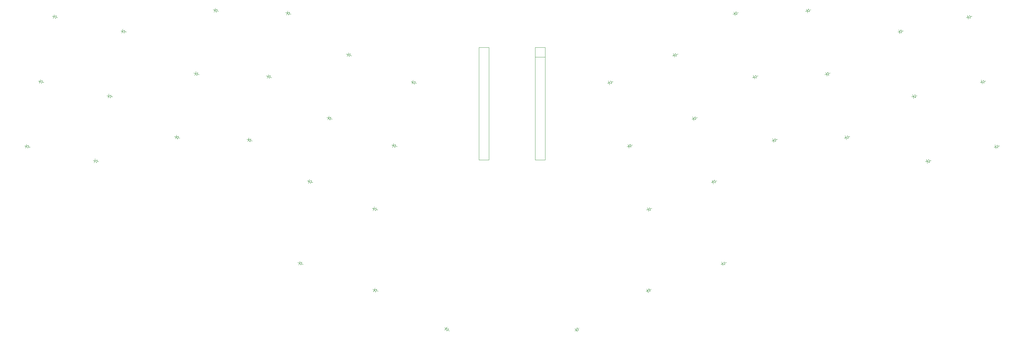
<source format=gbr>
%TF.GenerationSoftware,KiCad,Pcbnew,8.0.6*%
%TF.CreationDate,2025-05-26T13:53:34+02:00*%
%TF.ProjectId,main-rounded,6d61696e-2d72-46f7-956e-6465642e6b69,v1.0.0*%
%TF.SameCoordinates,Original*%
%TF.FileFunction,Legend,Bot*%
%TF.FilePolarity,Positive*%
%FSLAX46Y46*%
G04 Gerber Fmt 4.6, Leading zero omitted, Abs format (unit mm)*
G04 Created by KiCad (PCBNEW 8.0.6) date 2025-05-26 13:53:34*
%MOMM*%
%LPD*%
G01*
G04 APERTURE LIST*
%ADD10C,0.100000*%
%ADD11C,0.120000*%
G04 APERTURE END LIST*
D10*
%TO.C,D14*%
X139905235Y-125177872D02*
X140287757Y-125294821D01*
X140287757Y-125294821D02*
X140126953Y-125820789D01*
X140287757Y-125294821D02*
X140448562Y-124768853D01*
X140287757Y-125294821D02*
X140978489Y-125087722D01*
X140744592Y-125852766D02*
X140287757Y-125294821D01*
X140861540Y-125470244D02*
X141339693Y-125616430D01*
X140978489Y-125087722D02*
X140744592Y-125852766D01*
%TO.C,D18*%
X162752973Y-115432059D02*
X163135495Y-115549008D01*
X163135495Y-115549008D02*
X162974691Y-116074976D01*
X163135495Y-115549008D02*
X163296300Y-115023040D01*
X163135495Y-115549008D02*
X163826227Y-115341909D01*
X163592330Y-116106953D02*
X163135495Y-115549008D01*
X163709278Y-115724431D02*
X164187431Y-115870617D01*
X163826227Y-115341909D02*
X163592330Y-116106953D01*
%TO.C,D32*%
X255264792Y-114323540D02*
X255647314Y-114206591D01*
X255647314Y-114206591D02*
X255486510Y-113680623D01*
X255647314Y-114206591D02*
X255808119Y-114732559D01*
X255647314Y-114206591D02*
X256104149Y-113648646D01*
X256104149Y-113648646D02*
X256338046Y-114413690D01*
X256221097Y-114031168D02*
X256699250Y-113884982D01*
X256338046Y-114413690D02*
X255647314Y-114206591D01*
%TO.C,D31*%
X260527483Y-131537025D02*
X260910005Y-131420076D01*
X260910005Y-131420076D02*
X260749201Y-130894108D01*
X260910005Y-131420076D02*
X261070810Y-131946044D01*
X260910005Y-131420076D02*
X261366840Y-130862131D01*
X261366840Y-130862131D02*
X261600737Y-131627175D01*
X261483788Y-131244653D02*
X261961941Y-131098467D01*
X261600737Y-131627175D02*
X260910005Y-131420076D01*
%TO.C,D11*%
X123489675Y-113884982D02*
X123872197Y-114001931D01*
X123872197Y-114001931D02*
X123711393Y-114527899D01*
X123872197Y-114001931D02*
X124033002Y-113475963D01*
X123872197Y-114001931D02*
X124562929Y-113794832D01*
X124329032Y-114559876D02*
X123872197Y-114001931D01*
X124445980Y-114177354D02*
X124924133Y-114323540D01*
X124562929Y-113794832D02*
X124329032Y-114559876D01*
%TO.C,D34*%
X244111923Y-142829916D02*
X244494445Y-142712967D01*
X244494445Y-142712967D02*
X244333641Y-142186999D01*
X244494445Y-142712967D02*
X244655250Y-143238935D01*
X244494445Y-142712967D02*
X244951280Y-142155022D01*
X244951280Y-142155022D02*
X245185177Y-142920066D01*
X245068228Y-142537544D02*
X245546381Y-142391358D01*
X245185177Y-142920066D02*
X244494445Y-142712967D01*
%TO.C,D6*%
X84063704Y-101643089D02*
X84454963Y-101726254D01*
X84454963Y-101726254D02*
X84340612Y-102264235D01*
X84454963Y-101726254D02*
X84569315Y-101188273D01*
X84454963Y-101726254D02*
X85125017Y-101459742D01*
X84958687Y-102242260D02*
X84454963Y-101726254D01*
X85041852Y-101851001D02*
X85530926Y-101954957D01*
X85125017Y-101459742D02*
X84958687Y-102242260D01*
%TO.C,D35*%
X238849232Y-125616430D02*
X239231754Y-125499481D01*
X239231754Y-125499481D02*
X239070950Y-124973513D01*
X239231754Y-125499481D02*
X239392559Y-126025449D01*
X239231754Y-125499481D02*
X239688589Y-124941536D01*
X239688589Y-124941536D02*
X239922486Y-125706580D01*
X239805537Y-125324058D02*
X240283690Y-125177872D01*
X239922486Y-125706580D02*
X239231754Y-125499481D01*
%TO.C,D7*%
X98595336Y-130324928D02*
X98977858Y-130441877D01*
X98977858Y-130441877D02*
X98817054Y-130967845D01*
X98977858Y-130441877D02*
X99138663Y-129915909D01*
X98977858Y-130441877D02*
X99668590Y-130234778D01*
X99434693Y-130999822D02*
X98977858Y-130441877D01*
X99551641Y-130617300D02*
X100029794Y-130763486D01*
X99668590Y-130234778D02*
X99434693Y-130999822D01*
%TO.C,D27*%
X294658000Y-101954957D02*
X295049259Y-101871792D01*
X295049259Y-101871792D02*
X294934908Y-101333811D01*
X295049259Y-101871792D02*
X295163611Y-102409773D01*
X295049259Y-101871792D02*
X295552983Y-101355786D01*
X295552983Y-101355786D02*
X295719313Y-102138304D01*
X295636148Y-101747045D02*
X296125222Y-101643089D01*
X295719313Y-102138304D02*
X295049259Y-101871792D01*
%TO.C,D5*%
X80321293Y-119249746D02*
X80712552Y-119332911D01*
X80712552Y-119332911D02*
X80598201Y-119870892D01*
X80712552Y-119332911D02*
X80826904Y-118794930D01*
X80712552Y-119332911D02*
X81382606Y-119066399D01*
X81216276Y-119848917D02*
X80712552Y-119332911D01*
X81299441Y-119457658D02*
X81788515Y-119561614D01*
X81382606Y-119066399D02*
X81216276Y-119848917D01*
%TO.C,D33*%
X250002101Y-97110054D02*
X250384623Y-96993105D01*
X250384623Y-96993105D02*
X250223819Y-96467137D01*
X250384623Y-96993105D02*
X250545428Y-97519073D01*
X250384623Y-96993105D02*
X250841458Y-96435160D01*
X250841458Y-96435160D02*
X251075355Y-97200204D01*
X250958406Y-96817682D02*
X251436559Y-96671496D01*
X251075355Y-97200204D02*
X250384623Y-96993105D01*
%TO.C,D3*%
X65478899Y-97692767D02*
X65870158Y-97775932D01*
X65870158Y-97775932D02*
X65755807Y-98313913D01*
X65870158Y-97775932D02*
X65984510Y-97237951D01*
X65870158Y-97775932D02*
X66540212Y-97509420D01*
X66373882Y-98291938D02*
X65870158Y-97775932D01*
X66457047Y-97900679D02*
X66946121Y-98004635D01*
X66540212Y-97509420D02*
X66373882Y-98291938D01*
%TO.C,D22*%
X320727625Y-133217948D02*
X321118884Y-133134783D01*
X321118884Y-133134783D02*
X321004533Y-132596802D01*
X321118884Y-133134783D02*
X321233236Y-133672764D01*
X321118884Y-133134783D02*
X321622608Y-132618777D01*
X321622608Y-132618777D02*
X321788938Y-133401295D01*
X321705773Y-133010036D02*
X322194847Y-132906080D01*
X321788938Y-133401295D02*
X321118884Y-133134783D01*
%TO.C,D40*%
X246718881Y-165038107D02*
X247101403Y-164921158D01*
X247101403Y-164921158D02*
X246940599Y-164395190D01*
X247101403Y-164921158D02*
X247262208Y-165447126D01*
X247101403Y-164921158D02*
X247558238Y-164363213D01*
X247558238Y-164363213D02*
X247792135Y-165128257D01*
X247675186Y-164745735D02*
X248153339Y-164599549D01*
X247792135Y-165128257D02*
X247101403Y-164921158D01*
%TO.C,D25*%
X302142821Y-137168271D02*
X302534080Y-137085106D01*
X302534080Y-137085106D02*
X302419729Y-136547125D01*
X302534080Y-137085106D02*
X302648432Y-137623087D01*
X302534080Y-137085106D02*
X303037804Y-136569100D01*
X303037804Y-136569100D02*
X303204134Y-137351618D01*
X303120969Y-136960359D02*
X303610043Y-136856403D01*
X303204134Y-137351618D02*
X302534080Y-137085106D01*
%TO.C,D15*%
X145167926Y-107964387D02*
X145550448Y-108081336D01*
X145550448Y-108081336D02*
X145389644Y-108607304D01*
X145550448Y-108081336D02*
X145711253Y-107555368D01*
X145550448Y-108081336D02*
X146241180Y-107874237D01*
X146007283Y-108639281D02*
X145550448Y-108081336D01*
X146124231Y-108256759D02*
X146602384Y-108402945D01*
X146241180Y-107874237D02*
X146007283Y-108639281D01*
%TO.C,D17*%
X157490282Y-132645544D02*
X157872804Y-132762493D01*
X157872804Y-132762493D02*
X157712000Y-133288461D01*
X157872804Y-132762493D02*
X158033609Y-132236525D01*
X157872804Y-132762493D02*
X158563536Y-132555394D01*
X158329639Y-133320438D02*
X157872804Y-132762493D01*
X158446587Y-132937916D02*
X158924740Y-133084102D01*
X158563536Y-132555394D02*
X158329639Y-133320438D01*
%TO.C,D13*%
X134642545Y-142391358D02*
X135025067Y-142508307D01*
X135025067Y-142508307D02*
X134864263Y-143034275D01*
X135025067Y-142508307D02*
X135185872Y-141982339D01*
X135025067Y-142508307D02*
X135715799Y-142301208D01*
X135481902Y-143066252D02*
X135025067Y-142508307D01*
X135598850Y-142683730D02*
X136077003Y-142829916D01*
X135715799Y-142301208D02*
X135481902Y-143066252D01*
%TO.C,D2*%
X61736489Y-115299424D02*
X62127748Y-115382589D01*
X62127748Y-115382589D02*
X62013397Y-115920570D01*
X62127748Y-115382589D02*
X62242100Y-114844608D01*
X62127748Y-115382589D02*
X62797802Y-115116077D01*
X62631472Y-115898595D02*
X62127748Y-115382589D01*
X62714637Y-115507336D02*
X63203711Y-115611292D01*
X62797802Y-115116077D02*
X62631472Y-115898595D01*
%TO.C,D39*%
X216001494Y-115870617D02*
X216384016Y-115753668D01*
X216384016Y-115753668D02*
X216223212Y-115227700D01*
X216384016Y-115753668D02*
X216544821Y-116279636D01*
X216384016Y-115753668D02*
X216840851Y-115195723D01*
X216840851Y-115195723D02*
X217074748Y-115960767D01*
X216957799Y-115578245D02*
X217435952Y-115432059D01*
X217074748Y-115960767D02*
X216384016Y-115753668D01*
%TO.C,D21*%
X171852364Y-182296173D02*
X172171819Y-182536899D01*
X172171819Y-182536899D02*
X171840820Y-182976148D01*
X172171819Y-182536899D02*
X172502817Y-182097649D01*
X172171819Y-182536899D02*
X172891726Y-182578534D01*
X172410274Y-183217442D02*
X172171819Y-182536899D01*
X172651000Y-182897988D02*
X173050318Y-183198895D01*
X172891726Y-182578534D02*
X172410274Y-183217442D01*
%TO.C,D26*%
X298400410Y-119561614D02*
X298791669Y-119478449D01*
X298791669Y-119478449D02*
X298677318Y-118940468D01*
X298791669Y-119478449D02*
X298906021Y-120016430D01*
X298791669Y-119478449D02*
X299295393Y-118962443D01*
X299295393Y-118962443D02*
X299461723Y-119744961D01*
X299378558Y-119353702D02*
X299867632Y-119249746D01*
X299461723Y-119744961D02*
X298791669Y-119478449D01*
%TO.C,D38*%
X221264185Y-133084102D02*
X221646707Y-132967153D01*
X221646707Y-132967153D02*
X221485903Y-132441185D01*
X221646707Y-132967153D02*
X221807512Y-133493121D01*
X221646707Y-132967153D02*
X222103542Y-132409208D01*
X222103542Y-132409208D02*
X222337439Y-133174252D01*
X222220490Y-132791730D02*
X222698643Y-132645544D01*
X222337439Y-133174252D02*
X221646707Y-132967153D01*
%TO.C,D19*%
X132035586Y-164599549D02*
X132418108Y-164716498D01*
X132418108Y-164716498D02*
X132257304Y-165242466D01*
X132418108Y-164716498D02*
X132578913Y-164190530D01*
X132418108Y-164716498D02*
X133108840Y-164509399D01*
X132874943Y-165274443D02*
X132418108Y-164716498D01*
X132991891Y-164891921D02*
X133470044Y-165038107D01*
X133108840Y-164509399D02*
X132874943Y-165274443D01*
%TO.C,D10*%
X118226984Y-131098467D02*
X118609506Y-131215416D01*
X118609506Y-131215416D02*
X118448702Y-131741384D01*
X118609506Y-131215416D02*
X118770311Y-130689448D01*
X118609506Y-131215416D02*
X119300238Y-131008317D01*
X119066341Y-131773361D02*
X118609506Y-131215416D01*
X119183289Y-131390839D02*
X119661442Y-131537025D01*
X119300238Y-131008317D02*
X119066341Y-131773361D01*
%TO.C,D9*%
X109120717Y-95897957D02*
X109503239Y-96014906D01*
X109503239Y-96014906D02*
X109342435Y-96540874D01*
X109503239Y-96014906D02*
X109664044Y-95488938D01*
X109503239Y-96014906D02*
X110193971Y-95807807D01*
X109960074Y-96572851D02*
X109503239Y-96014906D01*
X110077022Y-96190329D02*
X110555175Y-96336515D01*
X110193971Y-95807807D02*
X109960074Y-96572851D01*
%TO.C,D12*%
X128752366Y-96671496D02*
X129134888Y-96788445D01*
X129134888Y-96788445D02*
X128974084Y-97314413D01*
X129134888Y-96788445D02*
X129295693Y-96262477D01*
X129134888Y-96788445D02*
X129825620Y-96581346D01*
X129591723Y-97346390D02*
X129134888Y-96788445D01*
X129708671Y-96963868D02*
X130186824Y-97110054D01*
X129825620Y-96581346D02*
X129591723Y-97346390D01*
%TO.C,D4*%
X76578883Y-136856403D02*
X76970142Y-136939568D01*
X76970142Y-136939568D02*
X76855791Y-137477549D01*
X76970142Y-136939568D02*
X77084494Y-136401587D01*
X76970142Y-136939568D02*
X77640196Y-136673056D01*
X77473866Y-137455574D02*
X76970142Y-136939568D01*
X77557031Y-137064315D02*
X78046105Y-137168271D01*
X77640196Y-136673056D02*
X77473866Y-137455574D01*
%TO.C,D8*%
X103858026Y-113111443D02*
X104240548Y-113228392D01*
X104240548Y-113228392D02*
X104079744Y-113754360D01*
X104240548Y-113228392D02*
X104401353Y-112702424D01*
X104240548Y-113228392D02*
X104931280Y-113021293D01*
X104697383Y-113786337D02*
X104240548Y-113228392D01*
X104814331Y-113403815D02*
X105292484Y-113550001D01*
X104931280Y-113021293D02*
X104697383Y-113786337D01*
%TO.C,D30*%
X269633750Y-96336515D02*
X270016272Y-96219566D01*
X270016272Y-96219566D02*
X269855468Y-95693598D01*
X270016272Y-96219566D02*
X270177077Y-96745534D01*
X270016272Y-96219566D02*
X270473107Y-95661621D01*
X270473107Y-95661621D02*
X270707004Y-96426665D01*
X270590055Y-96044143D02*
X271068208Y-95897957D01*
X270707004Y-96426665D02*
X270016272Y-96219566D01*
%TO.C,D42*%
X207138607Y-183198895D02*
X207458062Y-182958169D01*
X207458062Y-182958169D02*
X207127063Y-182518920D01*
X207458062Y-182958169D02*
X207696517Y-182277626D01*
X207458062Y-182958169D02*
X207789060Y-183397419D01*
X207696517Y-182277626D02*
X208177969Y-182916534D01*
X207937243Y-182597080D02*
X208336561Y-182296173D01*
X208177969Y-182916534D02*
X207458062Y-182958169D01*
%TO.C,D1*%
X57994078Y-132906080D02*
X58385337Y-132989245D01*
X58385337Y-132989245D02*
X58270986Y-133527226D01*
X58385337Y-132989245D02*
X58499689Y-132451264D01*
X58385337Y-132989245D02*
X59055391Y-132722733D01*
X58889061Y-133505251D02*
X58385337Y-132989245D01*
X58972226Y-133113992D02*
X59461300Y-133217948D01*
X59055391Y-132722733D02*
X58889061Y-133505251D01*
%TO.C,D28*%
X280159132Y-130763486D02*
X280541654Y-130646537D01*
X280541654Y-130646537D02*
X280380850Y-130120569D01*
X280541654Y-130646537D02*
X280702459Y-131172505D01*
X280541654Y-130646537D02*
X280998489Y-130088592D01*
X280998489Y-130088592D02*
X281232386Y-130853636D01*
X281115437Y-130471114D02*
X281593590Y-130324928D01*
X281232386Y-130853636D02*
X280541654Y-130646537D01*
%TO.C,D37*%
X226526876Y-150297588D02*
X226909398Y-150180639D01*
X226909398Y-150180639D02*
X226748594Y-149654671D01*
X226909398Y-150180639D02*
X227070203Y-150706607D01*
X226909398Y-150180639D02*
X227366233Y-149622694D01*
X227366233Y-149622694D02*
X227600130Y-150387738D01*
X227483181Y-150005216D02*
X227961334Y-149859030D01*
X227600130Y-150387738D02*
X226909398Y-150180639D01*
%TO.C,D36*%
X233586541Y-108402945D02*
X233969063Y-108285996D01*
X233969063Y-108285996D02*
X233808259Y-107760028D01*
X233969063Y-108285996D02*
X234129868Y-108811964D01*
X233969063Y-108285996D02*
X234425898Y-107728051D01*
X234425898Y-107728051D02*
X234659795Y-108493095D01*
X234542846Y-108110573D02*
X235020999Y-107964387D01*
X234659795Y-108493095D02*
X233969063Y-108285996D01*
%TO.C,D24*%
X313242804Y-98004635D02*
X313634063Y-97921470D01*
X313634063Y-97921470D02*
X313519712Y-97383489D01*
X313634063Y-97921470D02*
X313748415Y-98459451D01*
X313634063Y-97921470D02*
X314137787Y-97405464D01*
X314137787Y-97405464D02*
X314304117Y-98187982D01*
X314220952Y-97796723D02*
X314710026Y-97692767D01*
X314304117Y-98187982D02*
X313634063Y-97921470D01*
%TO.C,D29*%
X274896441Y-113550001D02*
X275278963Y-113433052D01*
X275278963Y-113433052D02*
X275118159Y-112907084D01*
X275278963Y-113433052D02*
X275439768Y-113959020D01*
X275278963Y-113433052D02*
X275735798Y-112875107D01*
X275735798Y-112875107D02*
X275969695Y-113640151D01*
X275852746Y-113257629D02*
X276330899Y-113111443D01*
X275969695Y-113640151D02*
X275278963Y-113433052D01*
%TO.C,D23*%
X316985215Y-115611292D02*
X317376474Y-115528127D01*
X317376474Y-115528127D02*
X317262123Y-114990146D01*
X317376474Y-115528127D02*
X317490826Y-116066108D01*
X317376474Y-115528127D02*
X317880198Y-115012121D01*
X317880198Y-115012121D02*
X318046528Y-115794639D01*
X317963363Y-115403380D02*
X318452437Y-115299424D01*
X318046528Y-115794639D02*
X317376474Y-115528127D01*
%TO.C,D41*%
X226432477Y-172395426D02*
X226803351Y-172245583D01*
X226803351Y-172245583D02*
X226597317Y-171735632D01*
X226803351Y-172245583D02*
X227009384Y-172755534D01*
X226803351Y-172245583D02*
X227209818Y-171649946D01*
X227209818Y-171649946D02*
X227509504Y-172391693D01*
X227359661Y-172020819D02*
X227823253Y-171833516D01*
X227509504Y-172391693D02*
X226803351Y-172245583D01*
%TO.C,D16*%
X152227592Y-149859030D02*
X152610114Y-149975979D01*
X152610114Y-149975979D02*
X152449310Y-150501947D01*
X152610114Y-149975979D02*
X152770919Y-149450011D01*
X152610114Y-149975979D02*
X153300846Y-149768880D01*
X153066949Y-150533924D02*
X152610114Y-149975979D01*
X153183897Y-150151402D02*
X153662050Y-150297588D01*
X153300846Y-149768880D02*
X153066949Y-150533924D01*
%TO.C,D20*%
X152365672Y-171833516D02*
X152736546Y-171983359D01*
X152736546Y-171983359D02*
X152530512Y-172493310D01*
X152736546Y-171983359D02*
X152942579Y-171473408D01*
X152736546Y-171983359D02*
X153442699Y-171837249D01*
X153143013Y-172578996D02*
X152736546Y-171983359D01*
X153292856Y-172208123D02*
X153756448Y-172395426D01*
X153442699Y-171837249D02*
X153143013Y-172578996D01*
D11*
%TO.C,MCU1*%
X181170000Y-106130000D02*
X181170000Y-136730000D01*
X183830000Y-106130000D02*
X181170000Y-106130000D01*
X183830000Y-106130000D02*
X183830000Y-136730000D01*
X183830000Y-136730000D02*
X181170000Y-136730000D01*
X196410000Y-106130000D02*
X196410000Y-136730000D01*
X199070000Y-106130000D02*
X196410000Y-106130000D01*
X199070000Y-106130000D02*
X199070000Y-136730000D01*
X199070000Y-108730000D02*
X196410000Y-108730000D01*
X199070000Y-136730000D02*
X196410000Y-136730000D01*
%TD*%
M02*

</source>
